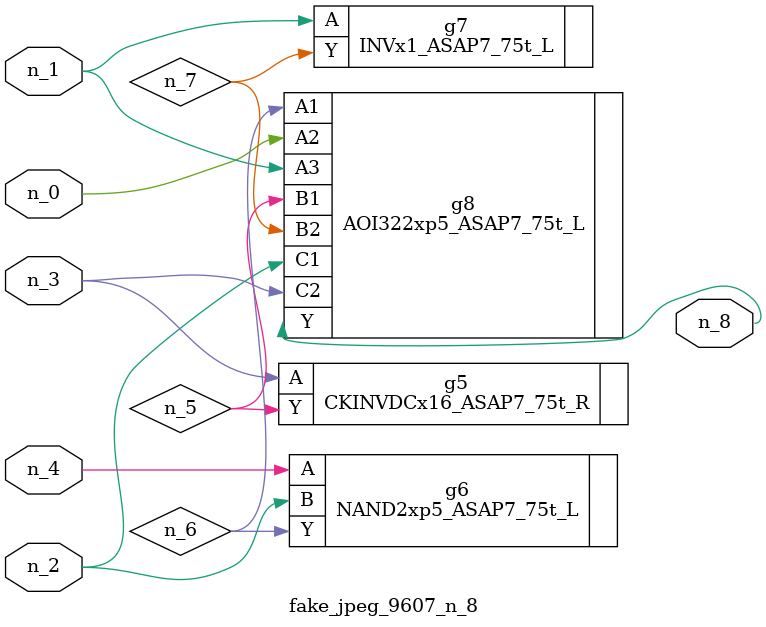
<source format=v>
module fake_jpeg_9607_n_8 (n_3, n_2, n_1, n_0, n_4, n_8);

input n_3;
input n_2;
input n_1;
input n_0;
input n_4;

output n_8;

wire n_6;
wire n_5;
wire n_7;

CKINVDCx16_ASAP7_75t_R g5 ( 
.A(n_3),
.Y(n_5)
);

NAND2xp5_ASAP7_75t_L g6 ( 
.A(n_4),
.B(n_2),
.Y(n_6)
);

INVx1_ASAP7_75t_L g7 ( 
.A(n_1),
.Y(n_7)
);

AOI322xp5_ASAP7_75t_L g8 ( 
.A1(n_6),
.A2(n_0),
.A3(n_1),
.B1(n_5),
.B2(n_7),
.C1(n_2),
.C2(n_3),
.Y(n_8)
);


endmodule
</source>
